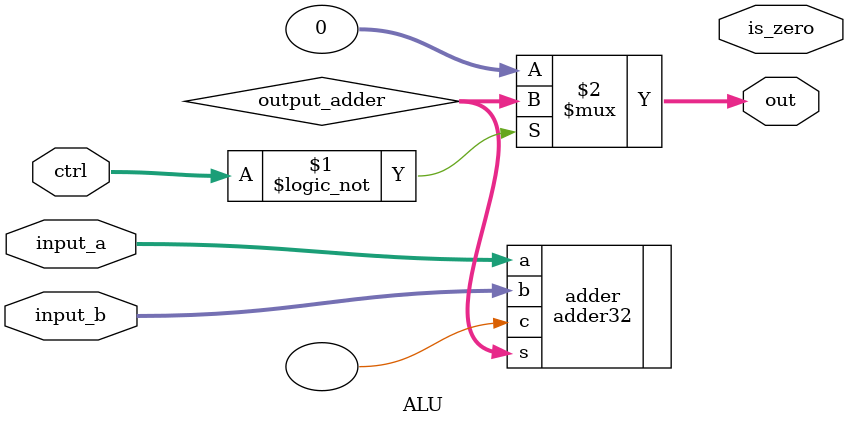
<source format=v>
module ALU(input_a, input_b, ctrl, is_zero, out);
    input[31:0] input_a, input_b;
    input[3:0] ctrl;

    output is_zero;
    output[31:0] out;

    wire[31:0] output_adder;

    adder32 adder(
        .a(input_a),
        .b(input_b),
        .s(output_adder),
        .c()
    );

    assign out = (ctrl == 4'b0000)? output_adder:
                                    32'h00000000;
endmodule
</source>
